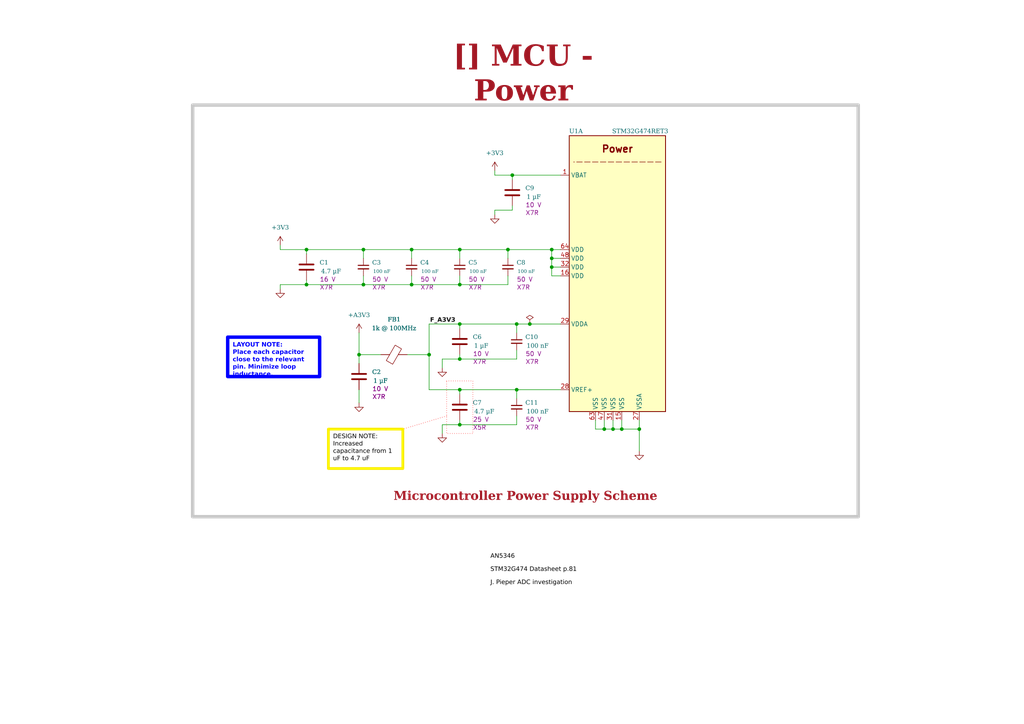
<source format=kicad_sch>
(kicad_sch (version 20231120) (generator "eeschema") (generator_version "8.0")
  (paper "A4")
  (title_block (title "MCU - Power") (date "2023-12-18") (rev "${REVISION}") (company "${COMPANY}"))
  (lib_symbols
    (symbol "0_mcu:STM32G474RETx"
      (property "Reference" "U" (at -15.24 46.99 0))
      (property "Value" "STM32G474RETx" (at 0 46.99 0))
      (symbol "STM32G474RETx_1_1"
        (rectangle (start -13.97 33.02) (end 13.97 -46.99) (stroke (width 0.254)) (fill (type background)))
        (polyline (pts (xy 12.7 25.4) (xy -12.7 25.4)) (stroke (width 0) (type dash)))
        (text "Power" (at 0 29.21 0) (effects (font (size 2 2) (bold yes))))
        (pin power_in line (at -16.51 21.59 0) (length 2.54) (name "VBAT") (number "1"))
        (pin power_in line (at 1.27 -49.53 90) (length 2.54) (name "VSS") (number "15"))
        (pin power_in line (at -16.51 -7.62 0) (length 2.54) (name "VDD") (number "16"))
        (pin power_in line (at 6.35 -49.53 90) (length 2.54) (name "VSSA") (number "27"))
        (pin input line (at -16.51 -40.64 0) (length 2.54) (name "VREF+") (number "28"))
        (pin power_in line (at -16.51 -21.59 0) (length 2.54) (name "VDDA") (number "29"))
        (pin power_in line (at -1.27 -49.53 90) (length 2.54) (name "VSS") (number "31"))
        (pin power_in line (at -16.51 -5.08 0) (length 2.54) (name "VDD") (number "32"))
        (pin power_in line (at -3.81 -49.53 90) (length 2.54) (name "VSS") (number "47"))
        (pin power_in line (at -16.51 -2.54 0) (length 2.54) (name "VDD") (number "48"))
        (pin power_in line (at -6.35 -49.53 90) (length 2.54) (name "VSS") (number "63"))
        (pin power_in line (at -16.51 0 0) (length 2.54) (name "VDD") (number "64"))
      )
      (symbol "STM32G474RETx_2_1"
        (rectangle (start -15.24 45.72) (end 15.24 -49.53) (fill (type background)))
        (polyline (pts (xy 13.97 38.1) (xy -13.97 38.1)) (stroke (width 0) (type dash)))
        (polyline (pts (xy -8.89 -6.35) (xy -7.62 -6.35) (xy -7.62 -46.99) (xy -8.89 -46.99)))
        (polyline (pts (xy -8.89 2.54) (xy -7.62 2.54) (xy -7.62 -2.54) (xy -8.89 -2.54)))
        (polyline (pts (xy -8.89 11.43) (xy -7.62 11.43) (xy -7.62 6.35) (xy -8.89 6.35)))
        (polyline (pts (xy -7.62 26.67) (xy -6.35 26.67) (xy -6.35 34.29) (xy -7.62 34.29)))
        (polyline (pts (xy 8.89 -6.35) (xy 7.62 -6.35) (xy 7.62 -46.99) (xy 8.89 -46.99)))
        (polyline (pts (xy 8.89 -1.27) (xy 7.62 -1.27) (xy 7.62 34.29) (xy 8.89 34.29)))
        (text "I/O" (at 0 41.91 0) (effects (font (size 2 2) (bold yes))))
        (text "PORT A" (at 6.35 16.51 900) (effects (font (size 1.27 1.27)) (justify bottom)))
        (text "PORT B" (at 6.35 -26.67 900) (effects (font (size 1.27 1.27)) (justify bottom)))
        (text "PORT C" (at -6.35 -26.67 900) (effects (font (size 1.27 1.27)) (justify top)))
        (text "PORT D" (at -6.35 0 900) (effects (font (size 1.27 1.27)) (justify top)))
        (text "PORT F" (at -6.35 8.89 900) (effects (font (size 1.27 1.27)) (justify top)))
        (text "SWD" (at -5.08 30.48 900) (effects (font (size 1.27 1.27)) (justify top)))
        (pin bidirectional line (at -17.78 -12.7 0) (length 2.54) (name "PC2") (number "10"))
        (pin bidirectional line (at -17.78 -15.24 0) (length 2.54) (name "PC3") (number "11"))
        (pin bidirectional line (at 17.78 33.02 180) (length 2.54) (name "PA0") (number "12"))
        (pin bidirectional line (at 17.78 30.48 180) (length 2.54) (name "PA1") (number "13"))
        (pin bidirectional line (at 17.78 27.94 180) (length 2.54) (name "PA2") (number "14"))
        (pin bidirectional line (at 17.78 25.4 180) (length 2.54) (name "PA3") (number "17"))
        (pin bidirectional line (at 17.78 22.86 180) (length 2.54) (name "PA4") (number "18"))
        (pin bidirectional line (at 17.78 20.32 180) (length 2.54) (name "PA5") (number "19"))
        (pin bidirectional line (at -17.78 -40.64 0) (length 2.54) (name "PC13") (number "2"))
        (pin bidirectional line (at 17.78 17.78 180) (length 2.54) (name "PA6") (number "20"))
        (pin bidirectional line (at 17.78 15.24 180) (length 2.54) (name "PA7") (number "21"))
        (pin bidirectional line (at -17.78 -17.78 0) (length 2.54) (name "PC4") (number "22"))
        (pin bidirectional line (at -17.78 -20.32 0) (length 2.54) (name "PC5") (number "23"))
        (pin bidirectional line (at 17.78 -7.62 180) (length 2.54) (name "PB0") (number "24"))
        (pin bidirectional line (at 17.78 -10.16 180) (length 2.54) (name "PB1") (number "25"))
        (pin bidirectional line (at 17.78 -12.7 180) (length 2.54) (name "PB2") (number "26"))
        (pin bidirectional line (at -17.78 -43.18 0) (length 2.54) (name "PC14") (number "3"))
        (pin bidirectional line (at 17.78 -33.02 180) (length 2.54) (name "PB10") (number "30"))
        (pin bidirectional line (at 17.78 -35.56 180) (length 2.54) (name "PB11") (number "33"))
        (pin bidirectional line (at 17.78 -38.1 180) (length 2.54) (name "PB12") (number "34"))
        (pin bidirectional line (at 17.78 -40.64 180) (length 2.54) (name "PB13") (number "35"))
        (pin bidirectional line (at 17.78 -43.18 180) (length 2.54) (name "PB14") (number "36"))
        (pin bidirectional line (at 17.78 -45.72 180) (length 2.54) (name "PB15") (number "37"))
        (pin bidirectional line (at -17.78 -22.86 0) (length 2.54) (name "PC6") (number "38"))
        (pin bidirectional line (at -17.78 -25.4 0) (length 2.54) (name "PC7") (number "39"))
        (pin bidirectional line (at -17.78 -45.72 0) (length 2.54) (name "PC15") (number "4"))
        (pin bidirectional line (at -17.78 -27.94 0) (length 2.54) (name "PC8") (number "40"))
        (pin bidirectional line (at -17.78 -30.48 0) (length 2.54) (name "PC9") (number "41"))
        (pin bidirectional line (at 17.78 12.7 180) (length 2.54) (name "PA8") (number "42"))
        (pin bidirectional line (at 17.78 10.16 180) (length 2.54) (name "PA9") (number "43"))
        (pin bidirectional line (at 17.78 7.62 180) (length 2.54) (name "PA10") (number "44"))
        (pin bidirectional line (at 17.78 5.08 180) (length 2.54) (name "PA11") (number "45"))
        (pin bidirectional line (at 17.78 2.54 180) (length 2.54) (name "PA12") (number "46"))
        (pin bidirectional line (at -17.78 33.02 0) (length 2.54) (name "PA13") (number "49"))
        (pin bidirectional line (at -17.78 10.16 0) (length 2.54) (name "PF0") (number "5"))
        (pin bidirectional line (at -17.78 30.48 0) (length 2.54) (name "PA14") (number "50"))
        (pin bidirectional line (at 17.78 0 180) (length 2.54) (name "PA15") (number "51"))
        (pin bidirectional line (at -17.78 -33.02 0) (length 2.54) (name "PC10") (number "52"))
        (pin bidirectional line (at -17.78 -35.56 0) (length 2.54) (name "PC11") (number "53"))
        (pin bidirectional line (at -17.78 -38.1 0) (length 2.54) (name "PC12") (number "54"))
        (pin bidirectional line (at -17.78 0 0) (length 2.54) (name "PD2") (number "55"))
        (pin bidirectional line (at 17.78 -15.24 180) (length 2.54) (name "PB3") (number "56"))
        (pin bidirectional line (at 17.78 -17.78 180) (length 2.54) (name "PB4") (number "57"))
        (pin bidirectional line (at 17.78 -20.32 180) (length 2.54) (name "PB5") (number "58"))
        (pin bidirectional line (at 17.78 -22.86 180) (length 2.54) (name "PB6") (number "59"))
        (pin bidirectional line (at -17.78 7.62 0) (length 2.54) (name "PF1") (number "6"))
        (pin bidirectional line (at 17.78 -25.4 180) (length 2.54) (name "PB7") (number "60"))
        (pin bidirectional line (at 17.78 -27.94 180) (length 2.54) (name "PB8") (number "61"))
        (pin bidirectional line (at 17.78 -30.48 180) (length 2.54) (name "PB9") (number "62"))
        (pin bidirectional line (at -17.78 27.94 0) (length 2.54) (name "PG10") (number "7"))
        (pin bidirectional line (at -17.78 -7.62 0) (length 2.54) (name "PC0") (number "8"))
        (pin bidirectional line (at -17.78 -10.16 0) (length 2.54) (name "PC1") (number "9"))
      )
    )
    (symbol "0_power_symbols:+A3V3" (power) (pin_names (offset 0))
      (property "Value" "+A3V3" (at 0 3.556 0))
      (symbol "+A3V3_0_1"
        (polyline (pts (xy -0.762 1.27) (xy 0 2.54)))
        (polyline (pts (xy 0 0) (xy 0 2.54)))
        (polyline (pts (xy 0 2.54) (xy 0.762 1.27)))
      )
      (symbol "+A3V3_1_1"
        (pin power_in line (at 0 0 90) (length 0) hide (name "+A3V3") (number "1"))
      )
    )
    (symbol "Device:C" (pin_numbers hide) (pin_names (offset 0.254))
      (property "Reference" "C" (at 0.635 2.54 0))
      (property "Value" "C" (at 0.635 -2.54 0))
      (symbol "C_0_1"
        (polyline (pts (xy -2.032 -0.762) (xy 2.032 -0.762)) (stroke (width 0.508)))
        (polyline (pts (xy -2.032 0.762) (xy 2.032 0.762)) (stroke (width 0.508)))
      )
      (symbol "C_1_1"
        (pin passive line (at 0 3.81 270) (length 2.794) (name "~") (number "1"))
        (pin passive line (at 0 -3.81 90) (length 2.794) (name "~") (number "2"))
      )
    )
    (symbol "Device:C_Small" (pin_numbers hide) (pin_names (offset 0.254) hide)
      (property "Reference" "C" (at 0.254 1.778 0))
      (property "Value" "C_Small" (at 0.254 -2.032 0))
      (symbol "C_Small_0_1"
        (polyline (pts (xy -1.524 -0.508) (xy 1.524 -0.508)) (stroke (width 0.3302)))
        (polyline (pts (xy -1.524 0.508) (xy 1.524 0.508)) (stroke (width 0.3048)))
      )
      (symbol "C_Small_1_1"
        (pin passive line (at 0 2.54 270) (length 2.032) (name "~") (number "1"))
        (pin passive line (at 0 -2.54 90) (length 2.032) (name "~") (number "2"))
      )
    )
    (symbol "Device:FerriteBead" (pin_numbers hide) (pin_names (offset 0))
      (property "Reference" "FB" (at -3.81 0.635 90))
      (property "Value" "FerriteBead" (at 3.81 0 90))
      (symbol "FerriteBead_0_1"
        (polyline (pts (xy 0 -1.27) (xy 0 -1.2192)))
        (polyline (pts (xy 0 1.27) (xy 0 1.2954)))
        (polyline (pts (xy -2.7686 0.4064) (xy -1.7018 2.2606) (xy 2.7686 -0.3048) (xy 1.6764 -2.159) (xy -2.7686 0.4064)))
      )
      (symbol "FerriteBead_1_1"
        (pin passive line (at 0 3.81 270) (length 2.54) (name "~") (number "1"))
        (pin passive line (at 0 -3.81 90) (length 2.54) (name "~") (number "2"))
      )
    )
    (symbol "power:+3V3" (power) (pin_names (offset 0))
      (property "Value" "+3V3" (at 0 3.556 0))
      (symbol "+3V3_0_1"
        (polyline (pts (xy -0.762 1.27) (xy 0 2.54)))
        (polyline (pts (xy 0 0) (xy 0 2.54)))
        (polyline (pts (xy 0 2.54) (xy 0.762 1.27)))
      )
      (symbol "+3V3_1_1"
        (pin power_in line (at 0 0 90) (length 0) hide (name "+3V3") (number "1"))
      )
    )
    (symbol "power:GND" (power) (pin_names (offset 0))
      (property "Value" "GND" (at 0 -3.81 0))
      (symbol "GND_0_1"
        (polyline (pts (xy 0 0) (xy 0 -1.27) (xy 1.27 -1.27) (xy 0 -2.54) (xy -1.27 -1.27) (xy 0 -1.27)))
      )
      (symbol "GND_1_1"
        (pin power_in line (at 0 0 270) (length 0) hide (name "GND") (number "1"))
      )
    )
    (symbol "power:PWR_FLAG" (power) (pin_numbers hide) (pin_names (offset 0) hide)
      (property "Value" "PWR_FLAG" (at 0 3.81 0))
      (symbol "PWR_FLAG_0_0"
        (pin power_out line (at 0 0 90) (length 0) (name "pwr") (number "1"))
      )
      (symbol "PWR_FLAG_0_1"
        (polyline (pts (xy 0 0) (xy 0 1.27) (xy -1.016 1.905) (xy 0 2.54) (xy 1.016 1.905) (xy 0 1.27)))
      )
    )
  )
  (junction (at 175.26 124.46))
  (junction (at 160.02 74.93))
  (junction (at 133.35 104.14))
  (junction (at 105.41 72.39))
  (junction (at 133.35 113.03))
  (junction (at 148.59 50.8))
  (junction (at 104.14 102.87))
  (junction (at 160.02 72.39))
  (junction (at 133.35 72.39))
  (junction (at 133.35 93.98))
  (junction (at 133.35 123.19))
  (junction (at 149.86 113.03))
  (junction (at 119.38 82.55))
  (junction (at 177.8 124.46))
  (junction (at 105.41 82.55))
  (junction (at 147.32 72.39))
  (junction (at 88.9 82.55))
  (junction (at 88.9 72.39))
  (junction (at 119.38 72.39))
  (junction (at 149.86 93.98))
  (junction (at 124.46 102.87))
  (junction (at 153.67 93.98))
  (junction (at 180.34 124.46))
  (junction (at 133.35 82.55))
  (junction (at 185.42 124.46))
  (junction (at 160.02 77.47))
  (wire (pts (xy 119.38 82.55) (xy 133.35 82.55)))
  (wire (pts (xy 124.46 93.98) (xy 133.35 93.98)))
  (wire (pts (xy 177.8 124.46) (xy 177.8 121.92)))
  (wire (pts (xy 81.28 83.82) (xy 81.28 82.55)))
  (wire (pts (xy 104.14 102.87) (xy 104.14 105.41)))
  (wire (pts (xy 160.02 74.93) (xy 160.02 72.39)))
  (wire (pts (xy 148.59 50.8) (xy 148.59 52.07)))
  (wire (pts (xy 105.41 82.55) (xy 105.41 80.01)))
  (wire (pts (xy 185.42 124.46) (xy 185.42 121.92)))
  (wire (pts (xy 185.42 124.46) (xy 185.42 130.81)))
  (wire (pts (xy 162.56 74.93) (xy 160.02 74.93)))
  (wire (pts (xy 143.51 49.53) (xy 143.51 50.8)))
  (wire (pts (xy 149.86 113.03) (xy 162.56 113.03)))
  (wire (pts (xy 162.56 77.47) (xy 160.02 77.47)))
  (wire (pts (xy 148.59 59.69) (xy 148.59 60.96)))
  (wire (pts (xy 149.86 93.98) (xy 153.67 93.98)))
  (wire (pts (xy 149.86 120.65) (xy 149.86 123.19)))
  (wire (pts (xy 133.35 104.14) (xy 149.86 104.14)))
  (wire (pts (xy 149.86 104.14) (xy 149.86 101.6)))
  (wire (pts (xy 147.32 80.01) (xy 147.32 82.55)))
  (wire (pts (xy 124.46 113.03) (xy 124.46 102.87)))
  (wire (pts (xy 133.35 121.92) (xy 133.35 123.19)))
  (wire (pts (xy 88.9 73.66) (xy 88.9 72.39)))
  (wire (pts (xy 143.51 60.96) (xy 143.51 62.23)))
  (wire (pts (xy 133.35 72.39) (xy 147.32 72.39)))
  (wire (pts (xy 153.67 93.98) (xy 162.56 93.98)))
  (wire (pts (xy 175.26 124.46) (xy 172.72 124.46)))
  (wire (pts (xy 172.72 121.92) (xy 172.72 124.46)))
  (wire (pts (xy 160.02 77.47) (xy 160.02 74.93)))
  (wire (pts (xy 119.38 82.55) (xy 119.38 80.01)))
  (wire (pts (xy 160.02 72.39) (xy 162.56 72.39)))
  (wire (pts (xy 119.38 72.39) (xy 119.38 74.93)))
  (wire (pts (xy 104.14 96.52) (xy 104.14 102.87)))
  (wire (pts (xy 128.27 123.19) (xy 128.27 125.73)))
  (wire (pts (xy 143.51 50.8) (xy 148.59 50.8)))
  (wire (pts (xy 177.8 124.46) (xy 175.26 124.46)))
  (wire (pts (xy 148.59 60.96) (xy 143.51 60.96)))
  (wire (pts (xy 133.35 82.55) (xy 133.35 80.01)))
  (wire (pts (xy 81.28 72.39) (xy 88.9 72.39)))
  (wire (pts (xy 133.35 93.98) (xy 133.35 95.25)))
  (wire (pts (xy 81.28 82.55) (xy 88.9 82.55)))
  (wire (pts (xy 180.34 124.46) (xy 185.42 124.46)))
  (wire (pts (xy 133.35 114.3) (xy 133.35 113.03)))
  (wire (pts (xy 133.35 102.87) (xy 133.35 104.14)))
  (wire (pts (xy 148.59 50.8) (xy 162.56 50.8)))
  (wire (pts (xy 133.35 123.19) (xy 149.86 123.19)))
  (wire (pts (xy 175.26 124.46) (xy 175.26 121.92)))
  (wire (pts (xy 128.27 106.68) (xy 128.27 104.14)))
  (wire (pts (xy 88.9 81.28) (xy 88.9 82.55)))
  (wire (pts (xy 104.14 116.84) (xy 104.14 113.03)))
  (wire (pts (xy 162.56 80.01) (xy 160.02 80.01)))
  (wire (pts (xy 149.86 115.57) (xy 149.86 113.03)))
  (wire (pts (xy 81.28 71.12) (xy 81.28 72.39)))
  (wire (pts (xy 124.46 102.87) (xy 124.46 93.98)))
  (wire (pts (xy 104.14 102.87) (xy 110.49 102.87)))
  (wire (pts (xy 133.35 72.39) (xy 133.35 74.93)))
  (wire (pts (xy 88.9 82.55) (xy 105.41 82.55)))
  (wire (pts (xy 147.32 82.55) (xy 133.35 82.55)))
  (wire (pts (xy 180.34 124.46) (xy 177.8 124.46)))
  (wire (pts (xy 128.27 123.19) (xy 133.35 123.19)))
  (wire (pts (xy 128.27 104.14) (xy 133.35 104.14)))
  (wire (pts (xy 147.32 74.93) (xy 147.32 72.39)))
  (wire (pts (xy 133.35 113.03) (xy 149.86 113.03)))
  (wire (pts (xy 105.41 72.39) (xy 119.38 72.39)))
  (wire (pts (xy 124.46 113.03) (xy 133.35 113.03)))
  (polyline (pts (xy 129.54 120.65) (xy 116.84 124.46)) (stroke (width 0) (type dot) (color 255 0 0 1)))
  (wire (pts (xy 149.86 93.98) (xy 149.86 96.52)))
  (wire (pts (xy 160.02 80.01) (xy 160.02 77.47)))
  (wire (pts (xy 147.32 72.39) (xy 160.02 72.39)))
  (wire (pts (xy 105.41 72.39) (xy 105.41 74.93)))
  (wire (pts (xy 119.38 72.39) (xy 133.35 72.39)))
  (wire (pts (xy 180.34 124.46) (xy 180.34 121.92)))
  (wire (pts (xy 88.9 72.39) (xy 105.41 72.39)))
  (wire (pts (xy 105.41 82.55) (xy 119.38 82.55)))
  (wire (pts (xy 118.11 102.87) (xy 124.46 102.87)))
  (wire (pts (xy 133.35 93.98) (xy 149.86 93.98)))
  (rectangle (start 129.54 110.49) (end 137.16 125.73) (stroke (width 0) (type dot) (color 255 0 0 1)))
  (rectangle (start 55.88 30.48) (end 248.92 149.86) (stroke (width 1) (color 200 200 200 1)))
  (text_box "LAYOUT NOTE:\nPlace each capacitor close to the relevant pin. Minimize loop inductance." (at 66.04 97.79 0) (size 26.67 11.43) (stroke (width 1) (color 0 0 255 1)) (effects (font (size 1.27 1.27) (thickness 0.4) (bold yes)) (justify left top)))
  (text_box "[${#}] ${TITLE}" (at 115.57 15.24 0) (size 72.39 12.7) (stroke (width -0.0001)) (effects (font (size 6 6) (thickness 1.2) (bold yes))))
  (text_box "Microcontroller Power Supply Scheme" (at 57.15 139.7 0) (size 190.5 7.62) (stroke (width -0.0001)) (effects (font (size 2.54 2.54) (thickness 0.508) (bold yes)) (justify bottom)))
  (text_box "DESIGN NOTE:\nIncreased capacitance from 1 uF to 4.7 uF" (at 95.25 124.46 0) (size 21.59 11.43) (stroke (width 0.8) (color 250 236 0 1)) (effects (font (size 1.27 1.27)) (justify left top)))
  (text "J. Pieper ADC investigation" (at 142.24 170.18 0) (effects (font (size 1.27 1.27)) (justify left bottom)))
  (text "STM32G474 Datasheet p.81" (at 142.24 166.37 0) (effects (font (size 1.27 1.27)) (justify left bottom)))
  (text "AN5346" (at 142.24 162.56 0) (effects (font (size 1.27 1.27)) (justify left bottom)))
  (label "F_A3V3" (at 132.08 93.98 180) (effects (font (thickness 0.254) (bold yes))))
  (symbol (lib_id "Device:C_Small") (at 105.41 77.47 0) (unit 1)
    (property "Reference" "C3" (at 107.95 76.2063 0) (effects (justify left)))
    (property "Value" "100 nF" (at 107.95 78.7463 0) (effects (font (size 1 1)) (justify left)))
    (property "Footprint" "0_capacitor_smd:C_0402_1005_DensityHigh" (effects (hide yes)))
    (property "Datasheet" "https://search.murata.co.jp/Ceramy/image/img/A01X/G101/ENG/GCM155R71H104KE02-01.pdf" (effects (hide yes)))
    (property "Description" "0.1 µF ±10% 50V Ceramic Capacitor X7R 0402 (1005 Metric)" (effects (hide yes)))
    (property "Supplier 1" "Digikey" (effects (hide yes)))
    (property "Supplier Part Number 1" "490-14514-1-ND" (effects (hide yes)))
    (property "manf" "Murata Electronics" (effects (hide yes)))
    (property "manf#" "GCM155R71H104KE02J" (effects (hide yes)))
    (property "Manufacturer" "Murata Electronics" (effects (hide yes)))
    (property "Manufacturer Part Number" "GCM155R71H104KE02J" (effects (hide yes)))
    (property "voltage" "50 V" (at 107.95 81.0323 0) (effects (justify left)))
    (property "temp_coef" "X7R" (at 107.95 83.31830000000001 0) (effects (justify left)))
  )
  (symbol (lib_id "Device:C_Small") (at 149.86 99.06 0) (unit 1)
    (property "Reference" "C10" (at 152.4 97.7963 0) (effects (justify left)))
    (property "Value" "100 nF" (at 152.4 100.3363 0) (effects (justify left)))
    (property "Footprint" "0_capacitor_smd:C_0402_1005_DensityHigh" (effects (hide yes)))
    (property "Datasheet" "https://search.murata.co.jp/Ceramy/image/img/A01X/G101/ENG/GCM155R71H104KE02-01.pdf" (effects (hide yes)))
    (property "Description" "0.1 µF ±10% 50V Ceramic Capacitor X7R 0402 (1005 Metric)" (effects (hide yes)))
    (property "Supplier 1" "Digikey" (effects (hide yes)))
    (property "Supplier Part Number 1" "490-14514-1-ND" (effects (hide yes)))
    (property "manf" "Murata Electronics" (effects (hide yes)))
    (property "manf#" "GCM155R71H104KE02J" (effects (hide yes)))
    (property "Manufacturer" "Murata Electronics" (effects (hide yes)))
    (property "Manufacturer Part Number" "GCM155R71H104KE02J" (effects (hide yes)))
    (property "voltage" "50 V" (at 152.4 102.6223 0) (effects (justify left)))
    (property "temp_coef" "X7R" (at 152.4 104.9083 0) (effects (justify left)))
  )
  (symbol (lib_id "Device:C_Small") (at 133.35 77.47 0) (unit 1)
    (property "Reference" "C5" (at 135.89 76.2063 0) (effects (justify left)))
    (property "Value" "100 nF" (at 135.89 78.7463 0) (effects (font (size 1 1)) (justify left)))
    (property "Footprint" "0_capacitor_smd:C_0402_1005_DensityHigh" (effects (hide yes)))
    (property "Datasheet" "https://search.murata.co.jp/Ceramy/image/img/A01X/G101/ENG/GCM155R71H104KE02-01.pdf" (effects (hide yes)))
    (property "Description" "0.1 µF ±10% 50V Ceramic Capacitor X7R 0402 (1005 Metric)" (effects (hide yes)))
    (property "Supplier 1" "Digikey" (effects (hide yes)))
    (property "Supplier Part Number 1" "490-14514-1-ND" (effects (hide yes)))
    (property "manf" "Murata Electronics" (effects (hide yes)))
    (property "manf#" "GCM155R71H104KE02J" (effects (hide yes)))
    (property "Manufacturer" "Murata Electronics" (effects (hide yes)))
    (property "Manufacturer Part Number" "GCM155R71H104KE02J" (effects (hide yes)))
    (property "voltage" "50 V" (at 135.89 81.0323 0) (effects (justify left)))
    (property "temp_coef" "X7R" (at 135.89 83.31830000000001 0) (effects (justify left)))
  )
  (symbol (lib_id "0_mcu:STM32G474RETx") (at 179.07 72.39 0) (unit 1)
    (property "Reference" "U1" (at 165.1 38.1 0) (effects (justify left)))
    (property "Value" "STM32G474RET3" (at 177.8 38.1 0) (effects (justify left)))
    (property "Footprint" "0_package_QFP:LQFP-64_10x10mm_P0.5mm" (effects (hide yes)))
    (property "Datasheet" "https://www.st.com/resource/en/datasheet/stm32g474re.pdf" (effects (hide yes)))
    (property "Description" "Arm® Cortex®-M4 32-bit MCU+FPU, 170 MHz / 213 DMIPS, 128 KB SRAM, rich analog, math acc, 184 ps 12 chan Hi-res timer" (effects (hide yes)))
    (property "Supplier 1" "Digikey" (effects (hide yes)))
    (property "Supplier Part Number 1" "497-STM32G474RET3-ND" (effects (hide yes)))
    (property "manf" "STMicroelectronics" (effects (hide yes)))
    (property "manf#" "STM32G474RET3" (effects (hide yes)))
  )
  (symbol (lib_id "Device:C") (at 133.35 118.11 0) (unit 1)
    (property "Reference" "C7" (at 137.16 116.84 0) (effects (justify left)))
    (property "Value" "4.7 µF" (at 137.16 119.38 0) (effects (justify left)))
    (property "Footprint" "0_capacitor_smd:C_0402_1005_DensityHigh" (effects (hide yes)))
    (property "Datasheet" "https://datasheets.kyocera-avx.com/cx5r.pdf" (effects (hide yes)))
    (property "Description" "4.7 µF ±20% 25V Ceramic Capacitor X5R 0402 (1005 Metric)" (effects (hide yes)))
    (property "Supplier 1" "Digikey" (effects (hide yes)))
    (property "Supplier Part Number 1" "478-04023D475MAT2ACT-ND" (effects (hide yes)))
    (property "manf" "KYOCERA AVX" (effects (hide yes)))
    (property "manf#" "CM05X5R475M25AH" (effects (hide yes)))
    (property "Manufacturer" "KYOCERA AVX" (effects (hide yes)))
    (property "Manufacturer Part Number" "04023D475MAT2A" (effects (hide yes)))
    (property "voltage" "25 V" (at 137.16 121.666 0) (effects (justify left)))
    (property "temp_coef" "X5R" (at 137.16 123.952 0) (effects (justify left)))
  )
  (symbol (lib_id "Device:FerriteBead") (at 114.3 102.87 90) (unit 1)
    (property "Reference" "FB1" (at 114.3 92.71 90))
    (property "Value" "1k @ 100MHz" (at 114.3 95.25 90))
    (property "Footprint" "0_resistor_smd:R_0805_2012_DensityHigh" (effects (hide yes)))
    (property "Datasheet" "https://www.we-online.com/katalog/datasheet/742792096.pdf" (effects (hide yes)))
    (property "Description" "1 kOhms @ 100 MHz 1 Signal Line Ferrite Bead 0805 (2012 Metric) 1A 300mOhm" (effects (hide yes)))
    (property "Supplier 1" "Digikey" (effects (hide yes)))
    (property "Supplier Part Number 1" "732-4648-1-ND" (effects (hide yes)))
    (property "manf" "Würth Elektronik" (effects (hide yes)))
    (property "manf#" "742792096" (effects (hide yes)))
    (property "Manufacturer" "Würth Elektronik" (effects (hide yes)))
    (property "Manufacturer Part Number" "742792096" (effects (hide yes)))
    (instances (project "pcb2blender_tmp" (path "" (reference "FB1") (unit 1)) (path "" (reference "FB3") (unit 1))))
  )
  (symbol (lib_id "0_power_symbols:+A3V3") (at 104.14 96.52 0) (unit 1)
    (property "Reference" "#PWR09" (effects (hide yes)))
    (property "Value" "+A3V3" (at 104.14 91.44 0))
  )
  (symbol (lib_id "Device:C") (at 133.35 99.06 0) (unit 1)
    (property "Reference" "C6" (at 137.16 97.79 0) (effects (justify left)))
    (property "Value" "1 µF" (at 137.16 100.33 0) (effects (justify left)))
    (property "Footprint" "0_capacitor_smd:C_0402_1005_DensityHigh" (effects (hide yes)))
    (property "Datasheet" "https://search.murata.co.jp/Ceramy/image/img/A01X/G101/ENG/GRM155Z71A105KE01-01A.pdf" (effects (hide yes)))
    (property "Description" "1 µF ±10% 10V Ceramic Capacitor X7R 0402 (1005 Metric)" (effects (hide yes)))
    (property "Supplier 1" "Digikey" (effects (hide yes)))
    (property "Supplier Part Number 1" "490-GRM155Z71A105KE01JCT-ND" (effects (hide yes)))
    (property "manf" "Murata Electronics" (effects (hide yes)))
    (property "manf#" "GRM155Z71A105KE01J" (effects (hide yes)))
    (property "Manufacturer" "Murata Electronics" (effects (hide yes)))
    (property "Manufacturer Part Number" "GRM155Z71A105KE01J" (effects (hide yes)))
    (property "voltage" "10 V" (at 137.16 102.616 0) (effects (justify left)))
    (property "temp_coef" "X7R" (at 137.16 104.902 0) (effects (justify left)))
  )
  (symbol (lib_id "power:+3V3") (at 81.28 71.12 0) (unit 1)
    (property "Reference" "#PWR07" (effects (hide yes)))
    (property "Value" "+3V3" (at 81.28 66.04 0))
  )
  (symbol (lib_id "power:GND") (at 128.27 125.73 0) (unit 1)
    (property "Reference" "#PWR012" (effects (hide yes)))
    (property "Value" "GND" (effects (hide yes)))
  )
  (symbol (lib_id "Device:C") (at 104.14 109.22 0) (unit 1)
    (property "Reference" "C2" (at 107.95 107.95 0) (effects (justify left)))
    (property "Value" "1 µF" (at 107.95 110.49 0) (effects (justify left)))
    (property "Footprint" "0_capacitor_smd:C_0402_1005_DensityHigh" (effects (hide yes)))
    (property "Datasheet" "https://search.murata.co.jp/Ceramy/image/img/A01X/G101/ENG/GRM155Z71A105KE01-01A.pdf" (effects (hide yes)))
    (property "Description" "1 µF ±10% 10V Ceramic Capacitor X7R 0402 (1005 Metric)" (effects (hide yes)))
    (property "Supplier 1" "Digikey" (effects (hide yes)))
    (property "Supplier Part Number 1" "490-GRM155Z71A105KE01JCT-ND" (effects (hide yes)))
    (property "manf" "Murata Electronics" (effects (hide yes)))
    (property "manf#" "GRM155Z71A105KE01J" (effects (hide yes)))
    (property "Manufacturer" "Murata Electronics" (effects (hide yes)))
    (property "Manufacturer Part Number" "GRM155Z71A105KE01J" (effects (hide yes)))
    (property "voltage" "10 V" (at 107.95 112.776 0) (effects (justify left)))
    (property "temp_coef" "X7R" (at 107.95 115.062 0) (effects (justify left)))
  )
  (symbol (lib_id "Device:C") (at 148.59 55.88 0) (unit 1)
    (property "Reference" "C9" (at 152.4 54.61 0) (effects (justify left)))
    (property "Value" "1 µF" (at 152.4 57.15 0) (effects (justify left)))
    (property "Footprint" "0_capacitor_smd:C_0402_1005_DensityHigh" (effects (hide yes)))
    (property "Datasheet" "https://search.murata.co.jp/Ceramy/image/img/A01X/G101/ENG/GRM155Z71A105KE01-01A.pdf" (effects (hide yes)))
    (property "Description" "1 µF ±10% 10V Ceramic Capacitor X7R 0402 (1005 Metric)" (effects (hide yes)))
    (property "Supplier 1" "Digikey" (effects (hide yes)))
    (property "Supplier Part Number 1" "490-GRM155Z71A105KE01JCT-ND" (effects (hide yes)))
    (property "manf" "Murata Electronics" (effects (hide yes)))
    (property "manf#" "GRM155Z71A105KE01J" (effects (hide yes)))
    (property "Manufacturer" "Murata Electronics" (effects (hide yes)))
    (property "Manufacturer Part Number" "GRM155Z71A105KE01J" (effects (hide yes)))
    (property "voltage" "10 V" (at 152.4 59.436 0) (effects (justify left)))
    (property "temp_coef" "X7R" (at 152.4 61.722 0) (effects (justify left)))
  )
  (symbol (lib_id "power:GND") (at 81.28 83.82 0) (unit 1)
    (property "Reference" "#PWR08" (effects (hide yes)))
    (property "Value" "GND" (effects (hide yes)))
  )
  (symbol (lib_id "power:+3V3") (at 143.51 49.53 0) (unit 1)
    (property "Reference" "#PWR013" (effects (hide yes)))
    (property "Value" "+3V3" (at 143.51 44.45 0))
  )
  (symbol (lib_id "Device:C_Small") (at 147.32 77.47 0) (unit 1)
    (property "Reference" "C8" (at 149.86 76.2063 0) (effects (justify left)))
    (property "Value" "100 nF" (at 149.86 78.7463 0) (effects (font (size 1 1)) (justify left)))
    (property "Footprint" "0_capacitor_smd:C_0402_1005_DensityHigh" (effects (hide yes)))
    (property "Datasheet" "https://search.murata.co.jp/Ceramy/image/img/A01X/G101/ENG/GCM155R71H104KE02-01.pdf" (effects (hide yes)))
    (property "Description" "0.1 µF ±10% 50V Ceramic Capacitor X7R 0402 (1005 Metric)" (effects (hide yes)))
    (property "Supplier 1" "Digikey" (effects (hide yes)))
    (property "Supplier Part Number 1" "490-14514-1-ND" (effects (hide yes)))
    (property "manf" "Murata Electronics" (effects (hide yes)))
    (property "manf#" "GCM155R71H104KE02J" (effects (hide yes)))
    (property "Manufacturer" "Murata Electronics" (effects (hide yes)))
    (property "Manufacturer Part Number" "GCM155R71H104KE02J" (effects (hide yes)))
    (property "voltage" "50 V" (at 149.86 81.0323 0) (effects (justify left)))
    (property "temp_coef" "X7R" (at 149.86 83.31830000000001 0) (effects (justify left)))
  )
  (symbol (lib_id "Device:C_Small") (at 149.86 118.11 0) (unit 1)
    (property "Reference" "C11" (at 152.4 116.8463 0) (effects (justify left)))
    (property "Value" "100 nF" (at 152.4 119.3863 0) (effects (justify left)))
    (property "Footprint" "0_capacitor_smd:C_0402_1005_DensityHigh" (effects (hide yes)))
    (property "Datasheet" "https://search.murata.co.jp/Ceramy/image/img/A01X/G101/ENG/GCM155R71H104KE02-01.pdf" (effects (hide yes)))
    (property "Description" "0.1 µF ±10% 50V Ceramic Capacitor X7R 0402 (1005 Metric)" (effects (hide yes)))
    (property "Supplier 1" "Digikey" (effects (hide yes)))
    (property "Supplier Part Number 1" "490-14514-1-ND" (effects (hide yes)))
    (property "manf" "Murata Electronics" (effects (hide yes)))
    (property "manf#" "GCM155R71H104KE02J" (effects (hide yes)))
    (property "Manufacturer" "Murata Electronics" (effects (hide yes)))
    (property "Manufacturer Part Number" "GCM155R71H104KE02J" (effects (hide yes)))
    (property "voltage" "50 V" (at 152.4 121.6723 0) (effects (justify left)))
    (property "temp_coef" "X7R" (at 152.4 123.95830000000001 0) (effects (justify left)))
  )
  (symbol (lib_id "power:GND") (at 185.42 130.81 0) (unit 1)
    (property "Reference" "#PWR015" (effects (hide yes)))
    (property "Value" "GND" (effects (hide yes)))
  )
  (symbol (lib_id "power:PWR_FLAG") (at 153.67 93.98 0) (unit 1)
    (property "Reference" "#FLG01" (effects (hide yes)))
    (property "Value" "PWR_FLAG" (effects (hide yes)))
    (instances (project "pcb2blender_tmp" (path "" (reference "#FLG01") (unit 1)) (path "" (reference "#FLG07") (unit 1)) (path "" (reference "#FLG01") (unit 1)) (path "" (reference "#FLG09") (unit 1))))
  )
  (symbol (lib_id "power:GND") (at 143.51 62.23 0) (unit 1)
    (property "Reference" "#PWR014" (effects (hide yes)))
    (property "Value" "GND" (effects (hide yes)))
  )
  (symbol (lib_id "Device:C_Small") (at 119.38 77.47 0) (unit 1)
    (property "Reference" "C4" (at 121.92 76.2063 0) (effects (justify left)))
    (property "Value" "100 nF" (at 121.92 78.7463 0) (effects (font (size 1 1)) (justify left)))
    (property "Footprint" "0_capacitor_smd:C_0402_1005_DensityHigh" (effects (hide yes)))
    (property "Datasheet" "https://search.murata.co.jp/Ceramy/image/img/A01X/G101/ENG/GCM155R71H104KE02-01.pdf" (effects (hide yes)))
    (property "Description" "0.1 µF ±10% 50V Ceramic Capacitor X7R 0402 (1005 Metric)" (effects (hide yes)))
    (property "Supplier 1" "Digikey" (effects (hide yes)))
    (property "Supplier Part Number 1" "490-14514-1-ND" (effects (hide yes)))
    (property "manf" "Murata Electronics" (effects (hide yes)))
    (property "manf#" "GCM155R71H104KE02J" (effects (hide yes)))
    (property "Manufacturer" "Murata Electronics" (effects (hide yes)))
    (property "Manufacturer Part Number" "GCM155R71H104KE02J" (effects (hide yes)))
    (property "voltage" "50 V" (at 121.92 81.0323 0) (effects (justify left)))
    (property "temp_coef" "X7R" (at 121.92 83.31830000000001 0) (effects (justify left)))
  )
  (symbol (lib_id "Device:C") (at 88.9 77.47 0) (unit 1)
    (property "Reference" "C1" (at 92.71 76.2 0) (effects (justify left)))
    (property "Value" "4.7 µF" (at 92.71 78.74 0) (effects (justify left)))
    (property "Footprint" "0_capacitor_smd:C_0603_1608_DensityHigh" (effects (hide yes)))
    (property "Datasheet" "https://search.murata.co.jp/Ceramy/image/img/A01X/G101/ENG/GRM188Z71C475KE21-01A.pdf" (effects (hide yes)))
    (property "Description" "4.7 µF ±10% 16V Ceramic Capacitor X7R 0603 (1608 Metric)" (effects (hide yes)))
    (property "Supplier 1" "Digikey" (effects (hide yes)))
    (property "Supplier Part Number 1" "490-GRM188Z71C475KE21JCT-ND" (effects (hide yes)))
    (property "manf" "Murata Electronics" (effects (hide yes)))
    (property "manf#" "GRM188Z71C475KE21J" (effects (hide yes)))
    (property "Manufacturer" "Murata Electronics" (effects (hide yes)))
    (property "Manufacturer Part Number" "GRM188Z71C475KE21J" (effects (hide yes)))
    (property "voltage" "16 V" (at 92.71 81.026 0) (effects (justify left)))
    (property "temp_coef" "X7R" (at 92.71 83.312 0) (effects (justify left)))
  )
  (symbol (lib_id "power:GND") (at 128.27 106.68 0) (unit 1)
    (property "Reference" "#PWR011" (effects (hide yes)))
    (property "Value" "GND" (effects (hide yes)))
  )
  (symbol (lib_id "power:GND") (at 104.14 116.84 0) (unit 1)
    (property "Reference" "#PWR010" (effects (hide yes)))
    (property "Value" "GND" (effects (hide yes)))
  )
)
</source>
